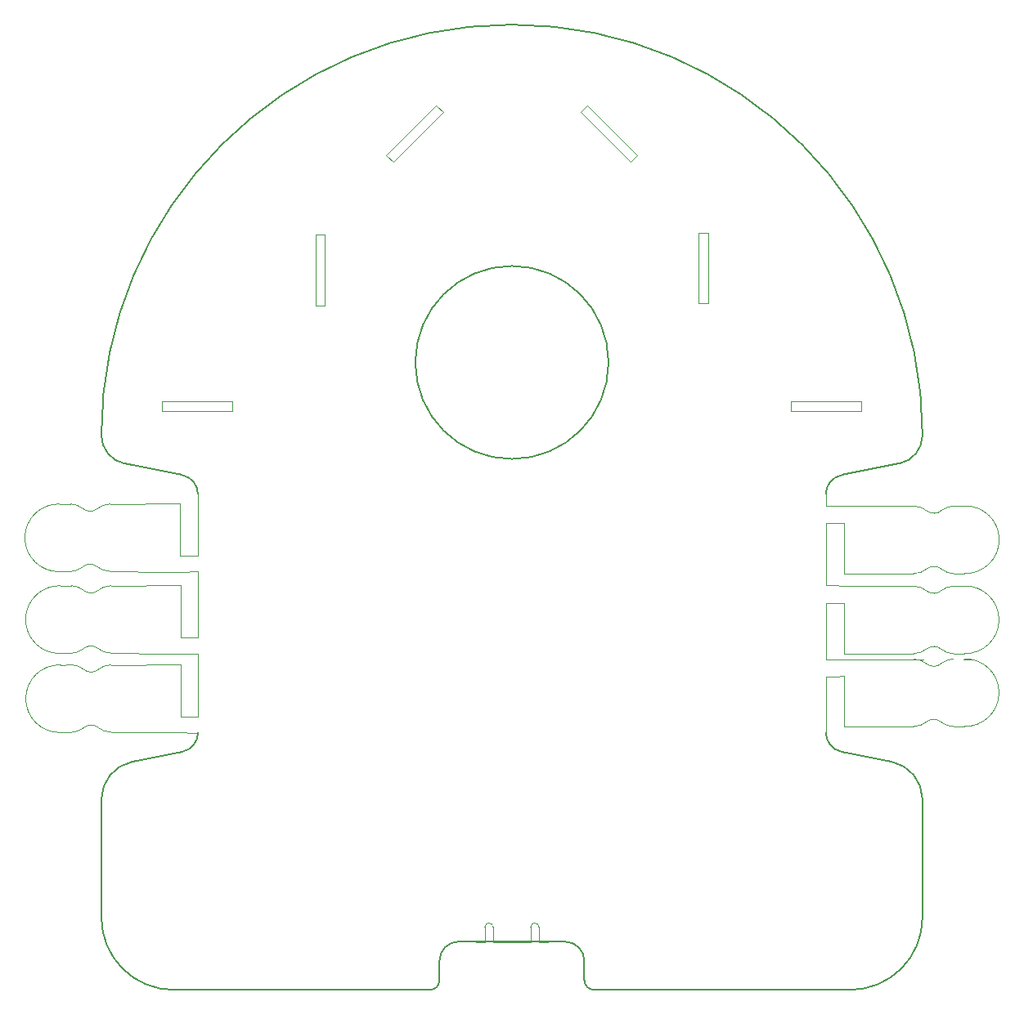
<source format=gbr>
%TF.GenerationSoftware,KiCad,Pcbnew,9.0.5*%
%TF.CreationDate,2025-10-14T17:43:46-03:00*%
%TF.ProjectId,RvMeg_V2,52764d65-675f-4563-922e-6b696361645f,V2.0*%
%TF.SameCoordinates,Original*%
%TF.FileFunction,Profile,NP*%
%FSLAX46Y46*%
G04 Gerber Fmt 4.6, Leading zero omitted, Abs format (unit mm)*
G04 Created by KiCad (PCBNEW 9.0.5) date 2025-10-14 17:43:46*
%MOMM*%
%LPD*%
G01*
G04 APERTURE LIST*
%TA.AperFunction,Profile*%
%ADD10C,0.100000*%
%TD*%
%TA.AperFunction,Profile*%
%ADD11C,0.200000*%
%TD*%
%TA.AperFunction,Profile*%
%ADD12C,0.050000*%
%TD*%
G04 APERTURE END LIST*
D10*
X181741089Y-110600000D02*
X182749999Y-110547180D01*
X181741089Y-108793042D02*
X183766364Y-108793042D01*
X181733634Y-102950000D02*
X182749999Y-102995000D01*
X181733634Y-101145222D02*
X182749999Y-101190222D01*
X181744095Y-94700000D02*
X182770077Y-94703831D01*
X181744066Y-92891469D02*
X182770077Y-92895300D01*
X114150000Y-116399777D02*
X115405905Y-116418931D01*
X114150000Y-114730846D02*
X115405905Y-114750000D01*
X114129922Y-108204699D02*
X115425001Y-108202277D01*
X114129922Y-106502422D02*
X115425001Y-106500000D01*
X114055001Y-99735111D02*
X115900000Y-99699777D01*
X112549096Y-99726580D02*
X114055001Y-99735111D01*
X115900000Y-98050000D02*
X115900000Y-91689608D01*
X115900000Y-106500000D02*
X115900000Y-99699777D01*
X115900000Y-114750000D02*
X115900000Y-108202277D01*
X115900000Y-116418931D02*
X115652953Y-116418931D01*
X115405905Y-116418931D02*
X115900000Y-116418931D01*
X115405905Y-114750000D02*
X115900000Y-114750000D01*
X114150000Y-109354999D02*
X114150000Y-114730846D01*
X115425001Y-108202277D02*
X115900000Y-108202277D01*
X115425001Y-106500000D02*
X115900000Y-106500000D01*
X114129922Y-101159921D02*
X114129922Y-106502422D01*
X114050000Y-98050000D02*
X115900000Y-98050000D01*
X114050000Y-92654999D02*
X114050000Y-98050000D01*
X180900000Y-92891469D02*
X180900000Y-91689600D01*
X180900000Y-101145222D02*
X180900000Y-94700000D01*
X180900000Y-108793042D02*
X180900000Y-102950000D01*
X180900000Y-116410392D02*
X180900000Y-110600000D01*
X181741089Y-108793042D02*
X180900000Y-108793042D01*
X181741089Y-110600000D02*
X180900000Y-110600000D01*
X182749999Y-115785000D02*
X182749999Y-110547180D01*
X181733634Y-101145222D02*
X180900000Y-101145222D01*
X181733634Y-102950000D02*
X180900000Y-102950000D01*
X182749999Y-108235000D02*
X182749999Y-102995000D01*
X181744095Y-94700000D02*
X180900000Y-94700000D01*
X182775982Y-99940058D02*
X182770077Y-94703831D01*
X190017184Y-99915607D02*
X182770077Y-99940078D01*
X181744066Y-92891469D02*
X180900000Y-92891469D01*
X195219742Y-108755117D02*
G75*
G02*
X195222307Y-115762853I99992J-3503832D01*
G01*
X195117519Y-108816754D02*
X196236107Y-108800117D01*
X189997106Y-115760529D02*
X182749999Y-115785000D01*
X189998261Y-108781283D02*
G75*
G02*
X191422482Y-109327188I-12391J-2163117D01*
G01*
X185272269Y-108793753D02*
X191014626Y-108826283D01*
X192847324Y-109232059D02*
G75*
G02*
X191422485Y-109327184I-773144J861999D01*
G01*
X185272269Y-108793753D02*
X183766364Y-108785222D01*
X192847326Y-109232061D02*
G75*
G02*
X194101155Y-108771769I1328484J-1680919D01*
G01*
X191421324Y-115214622D02*
G75*
G02*
X189997106Y-115760531I-1436514J1616942D01*
G01*
X191421324Y-115214622D02*
G75*
G02*
X192846168Y-115309753I651686J-957258D01*
G01*
X195222307Y-115762854D02*
X194100000Y-115770058D01*
X194100000Y-115770058D02*
G75*
G02*
X192846164Y-115309757I74610J2141078D01*
G01*
X101680257Y-116384882D02*
G75*
G02*
X101677692Y-109377146I-99992J3503832D01*
G01*
X106902893Y-109379470D02*
X114150000Y-109354999D01*
X101677692Y-109377145D02*
X102799999Y-109369941D01*
X112644095Y-116391246D02*
X114150000Y-116399777D01*
X105478675Y-109925377D02*
G75*
G02*
X104053830Y-109830247I-651686J957261D01*
G01*
X105478675Y-109925377D02*
G75*
G02*
X106902893Y-109379470I1436511J-1616942D01*
G01*
X102798845Y-116368245D02*
X101680257Y-116384882D01*
X104052673Y-115907938D02*
G75*
G02*
X102798845Y-116368245I-1328516J1680936D01*
G01*
X106901738Y-116358716D02*
G75*
G02*
X105477517Y-115812811I12392J2163119D01*
G01*
X104052675Y-115907940D02*
G75*
G02*
X105477517Y-115812811I773148J-862003D01*
G01*
X112644095Y-116391246D02*
X106901738Y-116358716D01*
X102799999Y-109369941D02*
G75*
G02*
X104053830Y-109830248I-74639J-2141118D01*
G01*
X192847326Y-101682061D02*
G75*
G02*
X194101154Y-101221741I1328527J-1680904D01*
G01*
X189998261Y-101231283D02*
G75*
G02*
X191422484Y-101777186I-12388J-2163122D01*
G01*
X191421324Y-107664622D02*
G75*
G02*
X192846171Y-107759750I651689J-957263D01*
G01*
X189997106Y-108210529D02*
X182749999Y-108235000D01*
X191421324Y-107664622D02*
G75*
G02*
X189997106Y-108210530I-1436511J1616937D01*
G01*
X184255904Y-101198753D02*
X182749999Y-101190222D01*
X195219742Y-101205117D02*
G75*
G02*
X195222307Y-108212853I99992J-3503832D01*
G01*
X192847324Y-101682059D02*
G75*
G02*
X191422480Y-101777191I-773151J862004D01*
G01*
X184255904Y-101198753D02*
X189998261Y-101231283D01*
X195222307Y-108212854D02*
X194100000Y-108220058D01*
X194100000Y-108220058D02*
G75*
G02*
X192846178Y-107759740I74653J2141093D01*
G01*
X194101154Y-101221754D02*
X195219742Y-101205117D01*
X195239820Y-92910195D02*
G75*
G02*
X195242385Y-99917931I99992J-3503832D01*
G01*
X195242385Y-99917932D02*
X194120078Y-99925136D01*
X184275982Y-92903831D02*
X182770077Y-92895300D01*
X191441402Y-99369700D02*
G75*
G02*
X192866247Y-99464830I651686J-957261D01*
G01*
X191441402Y-99369700D02*
G75*
G02*
X190017184Y-99915607I-1436511J1616942D01*
G01*
X194121232Y-92926832D02*
X195239820Y-92910195D01*
X192867404Y-93387139D02*
G75*
G02*
X194121232Y-92926832I1328516J-1680936D01*
G01*
X190018339Y-92936361D02*
G75*
G02*
X191442560Y-93482266I-12392J-2163119D01*
G01*
X192867402Y-93387137D02*
G75*
G02*
X191442560Y-93482266I-773148J862003D01*
G01*
X184275982Y-92903831D02*
X190018339Y-92936361D01*
X194120078Y-99925136D02*
G75*
G02*
X192866247Y-99464829I74639J2141118D01*
G01*
X112624017Y-108196168D02*
X114129922Y-108204699D01*
X101657614Y-101182067D02*
X102779921Y-101174863D01*
X106882815Y-101184392D02*
X114129922Y-101159921D01*
X101660179Y-108189804D02*
G75*
G02*
X101657614Y-101182068I-99992J3503832D01*
G01*
X105458597Y-101730299D02*
G75*
G02*
X106882815Y-101184392I1436511J-1616942D01*
G01*
X102778767Y-108173167D02*
X101660179Y-108189804D01*
X104032595Y-107712860D02*
G75*
G02*
X102778767Y-108173167I-1328516J1680936D01*
G01*
X106881660Y-108163638D02*
G75*
G02*
X105457439Y-107617733I12392J2163119D01*
G01*
X104032597Y-107712862D02*
G75*
G02*
X105457439Y-107617733I773148J-862003D01*
G01*
X112624017Y-108196168D02*
X106881660Y-108163638D01*
X105458597Y-101730299D02*
G75*
G02*
X104033752Y-101635169I-651686J957261D01*
G01*
X102779921Y-101174863D02*
G75*
G02*
X104033752Y-101635170I-74639J-2141118D01*
G01*
X112549096Y-99726580D02*
X106806739Y-99694050D01*
X103957674Y-99243272D02*
G75*
G02*
X102703846Y-99703577I-1328511J1680933D01*
G01*
X102703846Y-99703579D02*
X101585258Y-99720216D01*
X101582693Y-92712479D02*
X102705000Y-92705275D01*
X105383676Y-93260711D02*
G75*
G02*
X106807894Y-92714806I1436507J-1616938D01*
G01*
X103957676Y-99243274D02*
G75*
G02*
X105382517Y-99148146I773147J-862005D01*
G01*
X106807894Y-92714804D02*
X114055001Y-92690333D01*
X101585258Y-99720216D02*
G75*
G02*
X101582693Y-92712480I-99992J3503832D01*
G01*
X106806739Y-99694050D02*
G75*
G02*
X105382519Y-99148144I12394J2163121D01*
G01*
X105383676Y-93260711D02*
G75*
G02*
X103958831Y-93165581I-651686J957261D01*
G01*
X102705000Y-92705275D02*
G75*
G02*
X103958831Y-93165582I-74637J-2141114D01*
G01*
D11*
X187684461Y-119406892D02*
X182507769Y-118371554D01*
X190900000Y-85590600D02*
G75*
G02*
X188496666Y-88530666I-3000000J0D01*
G01*
X113400000Y-143050000D02*
X139900000Y-143050000D01*
X140900000Y-140050000D02*
G75*
G02*
X142900000Y-138050000I2000000J0D01*
G01*
X105900000Y-123329204D02*
G75*
G02*
X109115522Y-119406880I4000000J4D01*
G01*
X114292231Y-89728446D02*
X108311654Y-88532330D01*
X105900000Y-85550000D02*
G75*
G02*
X190900000Y-85550000I42500000J0D01*
G01*
X156900000Y-143050000D02*
G75*
G02*
X155900000Y-142050000I0J1000000D01*
G01*
X113400000Y-143050000D02*
G75*
G02*
X105900000Y-135550000I0J7500000D01*
G01*
X155900000Y-140050000D02*
X155900000Y-142050000D01*
X105900000Y-85550000D02*
X105900000Y-85590588D01*
X115900000Y-116410400D02*
G75*
G02*
X114297419Y-118370517I-2000000J0D01*
G01*
X158400000Y-78050000D02*
G75*
G02*
X138400000Y-78050000I-10000000J0D01*
G01*
X138400000Y-78050000D02*
G75*
G02*
X158400000Y-78050000I10000000J0D01*
G01*
X180900000Y-91689600D02*
G75*
G02*
X182513315Y-89727337I2000000J0D01*
G01*
X142900000Y-138050000D02*
X153900000Y-138050000D01*
X182513315Y-89727337D02*
X188496666Y-88530666D01*
X105900000Y-135550000D02*
X105900000Y-123329204D01*
X156900000Y-143050000D02*
X183400000Y-143050000D01*
X190900000Y-135550000D02*
G75*
G02*
X183400000Y-143050000I-7500000J0D01*
G01*
X140900000Y-142050000D02*
G75*
G02*
X139900000Y-143050000I-1000000J0D01*
G01*
X190900000Y-135550000D02*
X190900000Y-123329216D01*
X153900000Y-138050000D02*
G75*
G02*
X155900000Y-140050000I0J-2000000D01*
G01*
X182507769Y-118371554D02*
G75*
G02*
X180900007Y-116410392I392231J1961154D01*
G01*
X190900000Y-85550000D02*
X190900000Y-85590600D01*
X140900000Y-142050000D02*
X140900000Y-140050000D01*
X187684461Y-119406892D02*
G75*
G02*
X190899985Y-123329216I-784461J-3922308D01*
G01*
X114292231Y-89728446D02*
G75*
G02*
X115899993Y-91689608I-392231J-1961154D01*
G01*
X108311654Y-88532330D02*
G75*
G02*
X105900012Y-85590588I588346J2941730D01*
G01*
X109115525Y-119406895D02*
X114297419Y-118370516D01*
D10*
%TO.C,J1*%
X150345000Y-136550000D02*
G75*
G02*
X151195000Y-136550000I425000J0D01*
G01*
X145595000Y-136550000D02*
G75*
G02*
X146445000Y-136550000I425000J0D01*
G01*
X151195000Y-138125000D02*
X152145000Y-138125000D01*
X151195000Y-136550000D02*
X151195000Y-138125000D01*
X150345000Y-136550000D02*
X150345000Y-138125000D01*
X146445000Y-138125000D02*
X150345000Y-138125000D01*
X146445000Y-136550000D02*
X146445000Y-138125000D01*
X145595000Y-136550000D02*
X145595000Y-138125000D01*
X144645000Y-138125000D02*
X145595000Y-138125000D01*
D12*
%TO.C,J4*%
X129049999Y-72125000D02*
X128049998Y-72124999D01*
X128050000Y-64825001D01*
X129050001Y-64824998D01*
X129049999Y-72125000D01*
%TO.C,J9*%
X168725001Y-64650000D02*
X168724999Y-71949998D01*
X167724998Y-71950001D01*
X167725000Y-64649999D01*
X168725001Y-64650000D01*
%TO.C,J6*%
X141263785Y-52093324D02*
X136101902Y-57255203D01*
X135394795Y-56548095D01*
X140556675Y-51386218D01*
X141263785Y-52093324D01*
%TO.C,J8*%
X184549998Y-82075002D02*
X184550001Y-83075003D01*
X177249999Y-83075001D01*
X177250000Y-82075000D01*
X184549998Y-82075002D01*
%TO.C,J7*%
X161363703Y-56583447D02*
X160656597Y-57290557D01*
X155494718Y-52128674D01*
X156201826Y-51421567D01*
X161363703Y-56583447D01*
%TO.C,J5*%
X119474999Y-82050000D02*
X119475002Y-83050001D01*
X112175000Y-83049999D01*
X112175001Y-82049998D01*
X119474999Y-82050000D01*
%TD*%
M02*

</source>
